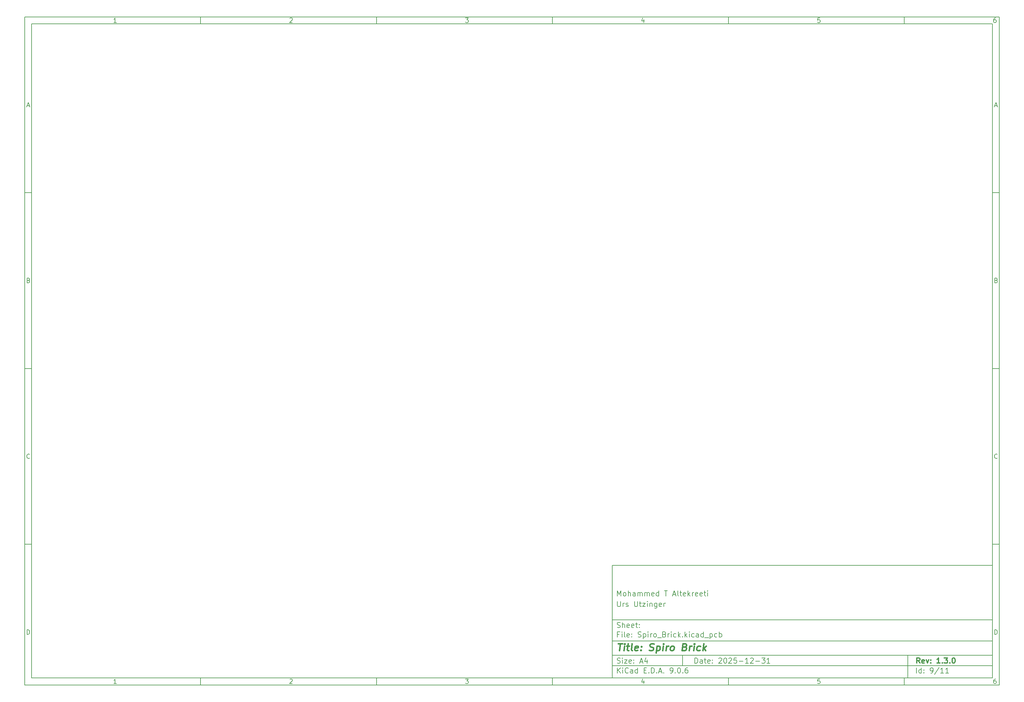
<source format=gbr>
%TF.GenerationSoftware,KiCad,Pcbnew,9.0.6-9.0.6~ubuntu22.04.1*%
%TF.CreationDate,2026-01-05T20:27:44-07:00*%
%TF.ProjectId,Spiro_Brick,53706972-6f5f-4427-9269-636b2e6b6963,1.3.0*%
%TF.SameCoordinates,Original*%
%TF.FileFunction,OtherDrawing,Comment*%
%FSLAX46Y46*%
G04 Gerber Fmt 4.6, Leading zero omitted, Abs format (unit mm)*
G04 Created by KiCad (PCBNEW 9.0.6-9.0.6~ubuntu22.04.1) date 2026-01-05 20:27:44*
%MOMM*%
%LPD*%
G01*
G04 APERTURE LIST*
%ADD10C,0.100000*%
%ADD11C,0.150000*%
%ADD12C,0.300000*%
%ADD13C,0.400000*%
G04 APERTURE END LIST*
D10*
D11*
X177002200Y-166007200D02*
X285002200Y-166007200D01*
X285002200Y-198007200D01*
X177002200Y-198007200D01*
X177002200Y-166007200D01*
D10*
D11*
X10000000Y-10000000D02*
X287002200Y-10000000D01*
X287002200Y-200007200D01*
X10000000Y-200007200D01*
X10000000Y-10000000D01*
D10*
D11*
X12000000Y-12000000D02*
X285002200Y-12000000D01*
X285002200Y-198007200D01*
X12000000Y-198007200D01*
X12000000Y-12000000D01*
D10*
D11*
X60000000Y-12000000D02*
X60000000Y-10000000D01*
D10*
D11*
X110000000Y-12000000D02*
X110000000Y-10000000D01*
D10*
D11*
X160000000Y-12000000D02*
X160000000Y-10000000D01*
D10*
D11*
X210000000Y-12000000D02*
X210000000Y-10000000D01*
D10*
D11*
X260000000Y-12000000D02*
X260000000Y-10000000D01*
D10*
D11*
X36089160Y-11593604D02*
X35346303Y-11593604D01*
X35717731Y-11593604D02*
X35717731Y-10293604D01*
X35717731Y-10293604D02*
X35593922Y-10479319D01*
X35593922Y-10479319D02*
X35470112Y-10603128D01*
X35470112Y-10603128D02*
X35346303Y-10665033D01*
D10*
D11*
X85346303Y-10417414D02*
X85408207Y-10355509D01*
X85408207Y-10355509D02*
X85532017Y-10293604D01*
X85532017Y-10293604D02*
X85841541Y-10293604D01*
X85841541Y-10293604D02*
X85965350Y-10355509D01*
X85965350Y-10355509D02*
X86027255Y-10417414D01*
X86027255Y-10417414D02*
X86089160Y-10541223D01*
X86089160Y-10541223D02*
X86089160Y-10665033D01*
X86089160Y-10665033D02*
X86027255Y-10850747D01*
X86027255Y-10850747D02*
X85284398Y-11593604D01*
X85284398Y-11593604D02*
X86089160Y-11593604D01*
D10*
D11*
X135284398Y-10293604D02*
X136089160Y-10293604D01*
X136089160Y-10293604D02*
X135655826Y-10788842D01*
X135655826Y-10788842D02*
X135841541Y-10788842D01*
X135841541Y-10788842D02*
X135965350Y-10850747D01*
X135965350Y-10850747D02*
X136027255Y-10912652D01*
X136027255Y-10912652D02*
X136089160Y-11036461D01*
X136089160Y-11036461D02*
X136089160Y-11345985D01*
X136089160Y-11345985D02*
X136027255Y-11469795D01*
X136027255Y-11469795D02*
X135965350Y-11531700D01*
X135965350Y-11531700D02*
X135841541Y-11593604D01*
X135841541Y-11593604D02*
X135470112Y-11593604D01*
X135470112Y-11593604D02*
X135346303Y-11531700D01*
X135346303Y-11531700D02*
X135284398Y-11469795D01*
D10*
D11*
X185965350Y-10726938D02*
X185965350Y-11593604D01*
X185655826Y-10231700D02*
X185346303Y-11160271D01*
X185346303Y-11160271D02*
X186151064Y-11160271D01*
D10*
D11*
X236027255Y-10293604D02*
X235408207Y-10293604D01*
X235408207Y-10293604D02*
X235346303Y-10912652D01*
X235346303Y-10912652D02*
X235408207Y-10850747D01*
X235408207Y-10850747D02*
X235532017Y-10788842D01*
X235532017Y-10788842D02*
X235841541Y-10788842D01*
X235841541Y-10788842D02*
X235965350Y-10850747D01*
X235965350Y-10850747D02*
X236027255Y-10912652D01*
X236027255Y-10912652D02*
X236089160Y-11036461D01*
X236089160Y-11036461D02*
X236089160Y-11345985D01*
X236089160Y-11345985D02*
X236027255Y-11469795D01*
X236027255Y-11469795D02*
X235965350Y-11531700D01*
X235965350Y-11531700D02*
X235841541Y-11593604D01*
X235841541Y-11593604D02*
X235532017Y-11593604D01*
X235532017Y-11593604D02*
X235408207Y-11531700D01*
X235408207Y-11531700D02*
X235346303Y-11469795D01*
D10*
D11*
X285965350Y-10293604D02*
X285717731Y-10293604D01*
X285717731Y-10293604D02*
X285593922Y-10355509D01*
X285593922Y-10355509D02*
X285532017Y-10417414D01*
X285532017Y-10417414D02*
X285408207Y-10603128D01*
X285408207Y-10603128D02*
X285346303Y-10850747D01*
X285346303Y-10850747D02*
X285346303Y-11345985D01*
X285346303Y-11345985D02*
X285408207Y-11469795D01*
X285408207Y-11469795D02*
X285470112Y-11531700D01*
X285470112Y-11531700D02*
X285593922Y-11593604D01*
X285593922Y-11593604D02*
X285841541Y-11593604D01*
X285841541Y-11593604D02*
X285965350Y-11531700D01*
X285965350Y-11531700D02*
X286027255Y-11469795D01*
X286027255Y-11469795D02*
X286089160Y-11345985D01*
X286089160Y-11345985D02*
X286089160Y-11036461D01*
X286089160Y-11036461D02*
X286027255Y-10912652D01*
X286027255Y-10912652D02*
X285965350Y-10850747D01*
X285965350Y-10850747D02*
X285841541Y-10788842D01*
X285841541Y-10788842D02*
X285593922Y-10788842D01*
X285593922Y-10788842D02*
X285470112Y-10850747D01*
X285470112Y-10850747D02*
X285408207Y-10912652D01*
X285408207Y-10912652D02*
X285346303Y-11036461D01*
D10*
D11*
X60000000Y-198007200D02*
X60000000Y-200007200D01*
D10*
D11*
X110000000Y-198007200D02*
X110000000Y-200007200D01*
D10*
D11*
X160000000Y-198007200D02*
X160000000Y-200007200D01*
D10*
D11*
X210000000Y-198007200D02*
X210000000Y-200007200D01*
D10*
D11*
X260000000Y-198007200D02*
X260000000Y-200007200D01*
D10*
D11*
X36089160Y-199600804D02*
X35346303Y-199600804D01*
X35717731Y-199600804D02*
X35717731Y-198300804D01*
X35717731Y-198300804D02*
X35593922Y-198486519D01*
X35593922Y-198486519D02*
X35470112Y-198610328D01*
X35470112Y-198610328D02*
X35346303Y-198672233D01*
D10*
D11*
X85346303Y-198424614D02*
X85408207Y-198362709D01*
X85408207Y-198362709D02*
X85532017Y-198300804D01*
X85532017Y-198300804D02*
X85841541Y-198300804D01*
X85841541Y-198300804D02*
X85965350Y-198362709D01*
X85965350Y-198362709D02*
X86027255Y-198424614D01*
X86027255Y-198424614D02*
X86089160Y-198548423D01*
X86089160Y-198548423D02*
X86089160Y-198672233D01*
X86089160Y-198672233D02*
X86027255Y-198857947D01*
X86027255Y-198857947D02*
X85284398Y-199600804D01*
X85284398Y-199600804D02*
X86089160Y-199600804D01*
D10*
D11*
X135284398Y-198300804D02*
X136089160Y-198300804D01*
X136089160Y-198300804D02*
X135655826Y-198796042D01*
X135655826Y-198796042D02*
X135841541Y-198796042D01*
X135841541Y-198796042D02*
X135965350Y-198857947D01*
X135965350Y-198857947D02*
X136027255Y-198919852D01*
X136027255Y-198919852D02*
X136089160Y-199043661D01*
X136089160Y-199043661D02*
X136089160Y-199353185D01*
X136089160Y-199353185D02*
X136027255Y-199476995D01*
X136027255Y-199476995D02*
X135965350Y-199538900D01*
X135965350Y-199538900D02*
X135841541Y-199600804D01*
X135841541Y-199600804D02*
X135470112Y-199600804D01*
X135470112Y-199600804D02*
X135346303Y-199538900D01*
X135346303Y-199538900D02*
X135284398Y-199476995D01*
D10*
D11*
X185965350Y-198734138D02*
X185965350Y-199600804D01*
X185655826Y-198238900D02*
X185346303Y-199167471D01*
X185346303Y-199167471D02*
X186151064Y-199167471D01*
D10*
D11*
X236027255Y-198300804D02*
X235408207Y-198300804D01*
X235408207Y-198300804D02*
X235346303Y-198919852D01*
X235346303Y-198919852D02*
X235408207Y-198857947D01*
X235408207Y-198857947D02*
X235532017Y-198796042D01*
X235532017Y-198796042D02*
X235841541Y-198796042D01*
X235841541Y-198796042D02*
X235965350Y-198857947D01*
X235965350Y-198857947D02*
X236027255Y-198919852D01*
X236027255Y-198919852D02*
X236089160Y-199043661D01*
X236089160Y-199043661D02*
X236089160Y-199353185D01*
X236089160Y-199353185D02*
X236027255Y-199476995D01*
X236027255Y-199476995D02*
X235965350Y-199538900D01*
X235965350Y-199538900D02*
X235841541Y-199600804D01*
X235841541Y-199600804D02*
X235532017Y-199600804D01*
X235532017Y-199600804D02*
X235408207Y-199538900D01*
X235408207Y-199538900D02*
X235346303Y-199476995D01*
D10*
D11*
X285965350Y-198300804D02*
X285717731Y-198300804D01*
X285717731Y-198300804D02*
X285593922Y-198362709D01*
X285593922Y-198362709D02*
X285532017Y-198424614D01*
X285532017Y-198424614D02*
X285408207Y-198610328D01*
X285408207Y-198610328D02*
X285346303Y-198857947D01*
X285346303Y-198857947D02*
X285346303Y-199353185D01*
X285346303Y-199353185D02*
X285408207Y-199476995D01*
X285408207Y-199476995D02*
X285470112Y-199538900D01*
X285470112Y-199538900D02*
X285593922Y-199600804D01*
X285593922Y-199600804D02*
X285841541Y-199600804D01*
X285841541Y-199600804D02*
X285965350Y-199538900D01*
X285965350Y-199538900D02*
X286027255Y-199476995D01*
X286027255Y-199476995D02*
X286089160Y-199353185D01*
X286089160Y-199353185D02*
X286089160Y-199043661D01*
X286089160Y-199043661D02*
X286027255Y-198919852D01*
X286027255Y-198919852D02*
X285965350Y-198857947D01*
X285965350Y-198857947D02*
X285841541Y-198796042D01*
X285841541Y-198796042D02*
X285593922Y-198796042D01*
X285593922Y-198796042D02*
X285470112Y-198857947D01*
X285470112Y-198857947D02*
X285408207Y-198919852D01*
X285408207Y-198919852D02*
X285346303Y-199043661D01*
D10*
D11*
X10000000Y-60000000D02*
X12000000Y-60000000D01*
D10*
D11*
X10000000Y-110000000D02*
X12000000Y-110000000D01*
D10*
D11*
X10000000Y-160000000D02*
X12000000Y-160000000D01*
D10*
D11*
X10690476Y-35222176D02*
X11309523Y-35222176D01*
X10566666Y-35593604D02*
X10999999Y-34293604D01*
X10999999Y-34293604D02*
X11433333Y-35593604D01*
D10*
D11*
X11092857Y-84912652D02*
X11278571Y-84974557D01*
X11278571Y-84974557D02*
X11340476Y-85036461D01*
X11340476Y-85036461D02*
X11402380Y-85160271D01*
X11402380Y-85160271D02*
X11402380Y-85345985D01*
X11402380Y-85345985D02*
X11340476Y-85469795D01*
X11340476Y-85469795D02*
X11278571Y-85531700D01*
X11278571Y-85531700D02*
X11154761Y-85593604D01*
X11154761Y-85593604D02*
X10659523Y-85593604D01*
X10659523Y-85593604D02*
X10659523Y-84293604D01*
X10659523Y-84293604D02*
X11092857Y-84293604D01*
X11092857Y-84293604D02*
X11216666Y-84355509D01*
X11216666Y-84355509D02*
X11278571Y-84417414D01*
X11278571Y-84417414D02*
X11340476Y-84541223D01*
X11340476Y-84541223D02*
X11340476Y-84665033D01*
X11340476Y-84665033D02*
X11278571Y-84788842D01*
X11278571Y-84788842D02*
X11216666Y-84850747D01*
X11216666Y-84850747D02*
X11092857Y-84912652D01*
X11092857Y-84912652D02*
X10659523Y-84912652D01*
D10*
D11*
X11402380Y-135469795D02*
X11340476Y-135531700D01*
X11340476Y-135531700D02*
X11154761Y-135593604D01*
X11154761Y-135593604D02*
X11030952Y-135593604D01*
X11030952Y-135593604D02*
X10845238Y-135531700D01*
X10845238Y-135531700D02*
X10721428Y-135407890D01*
X10721428Y-135407890D02*
X10659523Y-135284080D01*
X10659523Y-135284080D02*
X10597619Y-135036461D01*
X10597619Y-135036461D02*
X10597619Y-134850747D01*
X10597619Y-134850747D02*
X10659523Y-134603128D01*
X10659523Y-134603128D02*
X10721428Y-134479319D01*
X10721428Y-134479319D02*
X10845238Y-134355509D01*
X10845238Y-134355509D02*
X11030952Y-134293604D01*
X11030952Y-134293604D02*
X11154761Y-134293604D01*
X11154761Y-134293604D02*
X11340476Y-134355509D01*
X11340476Y-134355509D02*
X11402380Y-134417414D01*
D10*
D11*
X10659523Y-185593604D02*
X10659523Y-184293604D01*
X10659523Y-184293604D02*
X10969047Y-184293604D01*
X10969047Y-184293604D02*
X11154761Y-184355509D01*
X11154761Y-184355509D02*
X11278571Y-184479319D01*
X11278571Y-184479319D02*
X11340476Y-184603128D01*
X11340476Y-184603128D02*
X11402380Y-184850747D01*
X11402380Y-184850747D02*
X11402380Y-185036461D01*
X11402380Y-185036461D02*
X11340476Y-185284080D01*
X11340476Y-185284080D02*
X11278571Y-185407890D01*
X11278571Y-185407890D02*
X11154761Y-185531700D01*
X11154761Y-185531700D02*
X10969047Y-185593604D01*
X10969047Y-185593604D02*
X10659523Y-185593604D01*
D10*
D11*
X287002200Y-60000000D02*
X285002200Y-60000000D01*
D10*
D11*
X287002200Y-110000000D02*
X285002200Y-110000000D01*
D10*
D11*
X287002200Y-160000000D02*
X285002200Y-160000000D01*
D10*
D11*
X285692676Y-35222176D02*
X286311723Y-35222176D01*
X285568866Y-35593604D02*
X286002199Y-34293604D01*
X286002199Y-34293604D02*
X286435533Y-35593604D01*
D10*
D11*
X286095057Y-84912652D02*
X286280771Y-84974557D01*
X286280771Y-84974557D02*
X286342676Y-85036461D01*
X286342676Y-85036461D02*
X286404580Y-85160271D01*
X286404580Y-85160271D02*
X286404580Y-85345985D01*
X286404580Y-85345985D02*
X286342676Y-85469795D01*
X286342676Y-85469795D02*
X286280771Y-85531700D01*
X286280771Y-85531700D02*
X286156961Y-85593604D01*
X286156961Y-85593604D02*
X285661723Y-85593604D01*
X285661723Y-85593604D02*
X285661723Y-84293604D01*
X285661723Y-84293604D02*
X286095057Y-84293604D01*
X286095057Y-84293604D02*
X286218866Y-84355509D01*
X286218866Y-84355509D02*
X286280771Y-84417414D01*
X286280771Y-84417414D02*
X286342676Y-84541223D01*
X286342676Y-84541223D02*
X286342676Y-84665033D01*
X286342676Y-84665033D02*
X286280771Y-84788842D01*
X286280771Y-84788842D02*
X286218866Y-84850747D01*
X286218866Y-84850747D02*
X286095057Y-84912652D01*
X286095057Y-84912652D02*
X285661723Y-84912652D01*
D10*
D11*
X286404580Y-135469795D02*
X286342676Y-135531700D01*
X286342676Y-135531700D02*
X286156961Y-135593604D01*
X286156961Y-135593604D02*
X286033152Y-135593604D01*
X286033152Y-135593604D02*
X285847438Y-135531700D01*
X285847438Y-135531700D02*
X285723628Y-135407890D01*
X285723628Y-135407890D02*
X285661723Y-135284080D01*
X285661723Y-135284080D02*
X285599819Y-135036461D01*
X285599819Y-135036461D02*
X285599819Y-134850747D01*
X285599819Y-134850747D02*
X285661723Y-134603128D01*
X285661723Y-134603128D02*
X285723628Y-134479319D01*
X285723628Y-134479319D02*
X285847438Y-134355509D01*
X285847438Y-134355509D02*
X286033152Y-134293604D01*
X286033152Y-134293604D02*
X286156961Y-134293604D01*
X286156961Y-134293604D02*
X286342676Y-134355509D01*
X286342676Y-134355509D02*
X286404580Y-134417414D01*
D10*
D11*
X285661723Y-185593604D02*
X285661723Y-184293604D01*
X285661723Y-184293604D02*
X285971247Y-184293604D01*
X285971247Y-184293604D02*
X286156961Y-184355509D01*
X286156961Y-184355509D02*
X286280771Y-184479319D01*
X286280771Y-184479319D02*
X286342676Y-184603128D01*
X286342676Y-184603128D02*
X286404580Y-184850747D01*
X286404580Y-184850747D02*
X286404580Y-185036461D01*
X286404580Y-185036461D02*
X286342676Y-185284080D01*
X286342676Y-185284080D02*
X286280771Y-185407890D01*
X286280771Y-185407890D02*
X286156961Y-185531700D01*
X286156961Y-185531700D02*
X285971247Y-185593604D01*
X285971247Y-185593604D02*
X285661723Y-185593604D01*
D10*
D11*
X200458026Y-193793328D02*
X200458026Y-192293328D01*
X200458026Y-192293328D02*
X200815169Y-192293328D01*
X200815169Y-192293328D02*
X201029455Y-192364757D01*
X201029455Y-192364757D02*
X201172312Y-192507614D01*
X201172312Y-192507614D02*
X201243741Y-192650471D01*
X201243741Y-192650471D02*
X201315169Y-192936185D01*
X201315169Y-192936185D02*
X201315169Y-193150471D01*
X201315169Y-193150471D02*
X201243741Y-193436185D01*
X201243741Y-193436185D02*
X201172312Y-193579042D01*
X201172312Y-193579042D02*
X201029455Y-193721900D01*
X201029455Y-193721900D02*
X200815169Y-193793328D01*
X200815169Y-193793328D02*
X200458026Y-193793328D01*
X202600884Y-193793328D02*
X202600884Y-193007614D01*
X202600884Y-193007614D02*
X202529455Y-192864757D01*
X202529455Y-192864757D02*
X202386598Y-192793328D01*
X202386598Y-192793328D02*
X202100884Y-192793328D01*
X202100884Y-192793328D02*
X201958026Y-192864757D01*
X202600884Y-193721900D02*
X202458026Y-193793328D01*
X202458026Y-193793328D02*
X202100884Y-193793328D01*
X202100884Y-193793328D02*
X201958026Y-193721900D01*
X201958026Y-193721900D02*
X201886598Y-193579042D01*
X201886598Y-193579042D02*
X201886598Y-193436185D01*
X201886598Y-193436185D02*
X201958026Y-193293328D01*
X201958026Y-193293328D02*
X202100884Y-193221900D01*
X202100884Y-193221900D02*
X202458026Y-193221900D01*
X202458026Y-193221900D02*
X202600884Y-193150471D01*
X203100884Y-192793328D02*
X203672312Y-192793328D01*
X203315169Y-192293328D02*
X203315169Y-193579042D01*
X203315169Y-193579042D02*
X203386598Y-193721900D01*
X203386598Y-193721900D02*
X203529455Y-193793328D01*
X203529455Y-193793328D02*
X203672312Y-193793328D01*
X204743741Y-193721900D02*
X204600884Y-193793328D01*
X204600884Y-193793328D02*
X204315170Y-193793328D01*
X204315170Y-193793328D02*
X204172312Y-193721900D01*
X204172312Y-193721900D02*
X204100884Y-193579042D01*
X204100884Y-193579042D02*
X204100884Y-193007614D01*
X204100884Y-193007614D02*
X204172312Y-192864757D01*
X204172312Y-192864757D02*
X204315170Y-192793328D01*
X204315170Y-192793328D02*
X204600884Y-192793328D01*
X204600884Y-192793328D02*
X204743741Y-192864757D01*
X204743741Y-192864757D02*
X204815170Y-193007614D01*
X204815170Y-193007614D02*
X204815170Y-193150471D01*
X204815170Y-193150471D02*
X204100884Y-193293328D01*
X205458026Y-193650471D02*
X205529455Y-193721900D01*
X205529455Y-193721900D02*
X205458026Y-193793328D01*
X205458026Y-193793328D02*
X205386598Y-193721900D01*
X205386598Y-193721900D02*
X205458026Y-193650471D01*
X205458026Y-193650471D02*
X205458026Y-193793328D01*
X205458026Y-192864757D02*
X205529455Y-192936185D01*
X205529455Y-192936185D02*
X205458026Y-193007614D01*
X205458026Y-193007614D02*
X205386598Y-192936185D01*
X205386598Y-192936185D02*
X205458026Y-192864757D01*
X205458026Y-192864757D02*
X205458026Y-193007614D01*
X207243741Y-192436185D02*
X207315169Y-192364757D01*
X207315169Y-192364757D02*
X207458027Y-192293328D01*
X207458027Y-192293328D02*
X207815169Y-192293328D01*
X207815169Y-192293328D02*
X207958027Y-192364757D01*
X207958027Y-192364757D02*
X208029455Y-192436185D01*
X208029455Y-192436185D02*
X208100884Y-192579042D01*
X208100884Y-192579042D02*
X208100884Y-192721900D01*
X208100884Y-192721900D02*
X208029455Y-192936185D01*
X208029455Y-192936185D02*
X207172312Y-193793328D01*
X207172312Y-193793328D02*
X208100884Y-193793328D01*
X209029455Y-192293328D02*
X209172312Y-192293328D01*
X209172312Y-192293328D02*
X209315169Y-192364757D01*
X209315169Y-192364757D02*
X209386598Y-192436185D01*
X209386598Y-192436185D02*
X209458026Y-192579042D01*
X209458026Y-192579042D02*
X209529455Y-192864757D01*
X209529455Y-192864757D02*
X209529455Y-193221900D01*
X209529455Y-193221900D02*
X209458026Y-193507614D01*
X209458026Y-193507614D02*
X209386598Y-193650471D01*
X209386598Y-193650471D02*
X209315169Y-193721900D01*
X209315169Y-193721900D02*
X209172312Y-193793328D01*
X209172312Y-193793328D02*
X209029455Y-193793328D01*
X209029455Y-193793328D02*
X208886598Y-193721900D01*
X208886598Y-193721900D02*
X208815169Y-193650471D01*
X208815169Y-193650471D02*
X208743740Y-193507614D01*
X208743740Y-193507614D02*
X208672312Y-193221900D01*
X208672312Y-193221900D02*
X208672312Y-192864757D01*
X208672312Y-192864757D02*
X208743740Y-192579042D01*
X208743740Y-192579042D02*
X208815169Y-192436185D01*
X208815169Y-192436185D02*
X208886598Y-192364757D01*
X208886598Y-192364757D02*
X209029455Y-192293328D01*
X210100883Y-192436185D02*
X210172311Y-192364757D01*
X210172311Y-192364757D02*
X210315169Y-192293328D01*
X210315169Y-192293328D02*
X210672311Y-192293328D01*
X210672311Y-192293328D02*
X210815169Y-192364757D01*
X210815169Y-192364757D02*
X210886597Y-192436185D01*
X210886597Y-192436185D02*
X210958026Y-192579042D01*
X210958026Y-192579042D02*
X210958026Y-192721900D01*
X210958026Y-192721900D02*
X210886597Y-192936185D01*
X210886597Y-192936185D02*
X210029454Y-193793328D01*
X210029454Y-193793328D02*
X210958026Y-193793328D01*
X212315168Y-192293328D02*
X211600882Y-192293328D01*
X211600882Y-192293328D02*
X211529454Y-193007614D01*
X211529454Y-193007614D02*
X211600882Y-192936185D01*
X211600882Y-192936185D02*
X211743740Y-192864757D01*
X211743740Y-192864757D02*
X212100882Y-192864757D01*
X212100882Y-192864757D02*
X212243740Y-192936185D01*
X212243740Y-192936185D02*
X212315168Y-193007614D01*
X212315168Y-193007614D02*
X212386597Y-193150471D01*
X212386597Y-193150471D02*
X212386597Y-193507614D01*
X212386597Y-193507614D02*
X212315168Y-193650471D01*
X212315168Y-193650471D02*
X212243740Y-193721900D01*
X212243740Y-193721900D02*
X212100882Y-193793328D01*
X212100882Y-193793328D02*
X211743740Y-193793328D01*
X211743740Y-193793328D02*
X211600882Y-193721900D01*
X211600882Y-193721900D02*
X211529454Y-193650471D01*
X213029453Y-193221900D02*
X214172311Y-193221900D01*
X215672311Y-193793328D02*
X214815168Y-193793328D01*
X215243739Y-193793328D02*
X215243739Y-192293328D01*
X215243739Y-192293328D02*
X215100882Y-192507614D01*
X215100882Y-192507614D02*
X214958025Y-192650471D01*
X214958025Y-192650471D02*
X214815168Y-192721900D01*
X216243739Y-192436185D02*
X216315167Y-192364757D01*
X216315167Y-192364757D02*
X216458025Y-192293328D01*
X216458025Y-192293328D02*
X216815167Y-192293328D01*
X216815167Y-192293328D02*
X216958025Y-192364757D01*
X216958025Y-192364757D02*
X217029453Y-192436185D01*
X217029453Y-192436185D02*
X217100882Y-192579042D01*
X217100882Y-192579042D02*
X217100882Y-192721900D01*
X217100882Y-192721900D02*
X217029453Y-192936185D01*
X217029453Y-192936185D02*
X216172310Y-193793328D01*
X216172310Y-193793328D02*
X217100882Y-193793328D01*
X217743738Y-193221900D02*
X218886596Y-193221900D01*
X219458024Y-192293328D02*
X220386596Y-192293328D01*
X220386596Y-192293328D02*
X219886596Y-192864757D01*
X219886596Y-192864757D02*
X220100881Y-192864757D01*
X220100881Y-192864757D02*
X220243739Y-192936185D01*
X220243739Y-192936185D02*
X220315167Y-193007614D01*
X220315167Y-193007614D02*
X220386596Y-193150471D01*
X220386596Y-193150471D02*
X220386596Y-193507614D01*
X220386596Y-193507614D02*
X220315167Y-193650471D01*
X220315167Y-193650471D02*
X220243739Y-193721900D01*
X220243739Y-193721900D02*
X220100881Y-193793328D01*
X220100881Y-193793328D02*
X219672310Y-193793328D01*
X219672310Y-193793328D02*
X219529453Y-193721900D01*
X219529453Y-193721900D02*
X219458024Y-193650471D01*
X221815167Y-193793328D02*
X220958024Y-193793328D01*
X221386595Y-193793328D02*
X221386595Y-192293328D01*
X221386595Y-192293328D02*
X221243738Y-192507614D01*
X221243738Y-192507614D02*
X221100881Y-192650471D01*
X221100881Y-192650471D02*
X220958024Y-192721900D01*
D10*
D11*
X177002200Y-194507200D02*
X285002200Y-194507200D01*
D10*
D11*
X178458026Y-196593328D02*
X178458026Y-195093328D01*
X179315169Y-196593328D02*
X178672312Y-195736185D01*
X179315169Y-195093328D02*
X178458026Y-195950471D01*
X179958026Y-196593328D02*
X179958026Y-195593328D01*
X179958026Y-195093328D02*
X179886598Y-195164757D01*
X179886598Y-195164757D02*
X179958026Y-195236185D01*
X179958026Y-195236185D02*
X180029455Y-195164757D01*
X180029455Y-195164757D02*
X179958026Y-195093328D01*
X179958026Y-195093328D02*
X179958026Y-195236185D01*
X181529455Y-196450471D02*
X181458027Y-196521900D01*
X181458027Y-196521900D02*
X181243741Y-196593328D01*
X181243741Y-196593328D02*
X181100884Y-196593328D01*
X181100884Y-196593328D02*
X180886598Y-196521900D01*
X180886598Y-196521900D02*
X180743741Y-196379042D01*
X180743741Y-196379042D02*
X180672312Y-196236185D01*
X180672312Y-196236185D02*
X180600884Y-195950471D01*
X180600884Y-195950471D02*
X180600884Y-195736185D01*
X180600884Y-195736185D02*
X180672312Y-195450471D01*
X180672312Y-195450471D02*
X180743741Y-195307614D01*
X180743741Y-195307614D02*
X180886598Y-195164757D01*
X180886598Y-195164757D02*
X181100884Y-195093328D01*
X181100884Y-195093328D02*
X181243741Y-195093328D01*
X181243741Y-195093328D02*
X181458027Y-195164757D01*
X181458027Y-195164757D02*
X181529455Y-195236185D01*
X182815170Y-196593328D02*
X182815170Y-195807614D01*
X182815170Y-195807614D02*
X182743741Y-195664757D01*
X182743741Y-195664757D02*
X182600884Y-195593328D01*
X182600884Y-195593328D02*
X182315170Y-195593328D01*
X182315170Y-195593328D02*
X182172312Y-195664757D01*
X182815170Y-196521900D02*
X182672312Y-196593328D01*
X182672312Y-196593328D02*
X182315170Y-196593328D01*
X182315170Y-196593328D02*
X182172312Y-196521900D01*
X182172312Y-196521900D02*
X182100884Y-196379042D01*
X182100884Y-196379042D02*
X182100884Y-196236185D01*
X182100884Y-196236185D02*
X182172312Y-196093328D01*
X182172312Y-196093328D02*
X182315170Y-196021900D01*
X182315170Y-196021900D02*
X182672312Y-196021900D01*
X182672312Y-196021900D02*
X182815170Y-195950471D01*
X184172313Y-196593328D02*
X184172313Y-195093328D01*
X184172313Y-196521900D02*
X184029455Y-196593328D01*
X184029455Y-196593328D02*
X183743741Y-196593328D01*
X183743741Y-196593328D02*
X183600884Y-196521900D01*
X183600884Y-196521900D02*
X183529455Y-196450471D01*
X183529455Y-196450471D02*
X183458027Y-196307614D01*
X183458027Y-196307614D02*
X183458027Y-195879042D01*
X183458027Y-195879042D02*
X183529455Y-195736185D01*
X183529455Y-195736185D02*
X183600884Y-195664757D01*
X183600884Y-195664757D02*
X183743741Y-195593328D01*
X183743741Y-195593328D02*
X184029455Y-195593328D01*
X184029455Y-195593328D02*
X184172313Y-195664757D01*
X186029455Y-195807614D02*
X186529455Y-195807614D01*
X186743741Y-196593328D02*
X186029455Y-196593328D01*
X186029455Y-196593328D02*
X186029455Y-195093328D01*
X186029455Y-195093328D02*
X186743741Y-195093328D01*
X187386598Y-196450471D02*
X187458027Y-196521900D01*
X187458027Y-196521900D02*
X187386598Y-196593328D01*
X187386598Y-196593328D02*
X187315170Y-196521900D01*
X187315170Y-196521900D02*
X187386598Y-196450471D01*
X187386598Y-196450471D02*
X187386598Y-196593328D01*
X188100884Y-196593328D02*
X188100884Y-195093328D01*
X188100884Y-195093328D02*
X188458027Y-195093328D01*
X188458027Y-195093328D02*
X188672313Y-195164757D01*
X188672313Y-195164757D02*
X188815170Y-195307614D01*
X188815170Y-195307614D02*
X188886599Y-195450471D01*
X188886599Y-195450471D02*
X188958027Y-195736185D01*
X188958027Y-195736185D02*
X188958027Y-195950471D01*
X188958027Y-195950471D02*
X188886599Y-196236185D01*
X188886599Y-196236185D02*
X188815170Y-196379042D01*
X188815170Y-196379042D02*
X188672313Y-196521900D01*
X188672313Y-196521900D02*
X188458027Y-196593328D01*
X188458027Y-196593328D02*
X188100884Y-196593328D01*
X189600884Y-196450471D02*
X189672313Y-196521900D01*
X189672313Y-196521900D02*
X189600884Y-196593328D01*
X189600884Y-196593328D02*
X189529456Y-196521900D01*
X189529456Y-196521900D02*
X189600884Y-196450471D01*
X189600884Y-196450471D02*
X189600884Y-196593328D01*
X190243742Y-196164757D02*
X190958028Y-196164757D01*
X190100885Y-196593328D02*
X190600885Y-195093328D01*
X190600885Y-195093328D02*
X191100885Y-196593328D01*
X191600884Y-196450471D02*
X191672313Y-196521900D01*
X191672313Y-196521900D02*
X191600884Y-196593328D01*
X191600884Y-196593328D02*
X191529456Y-196521900D01*
X191529456Y-196521900D02*
X191600884Y-196450471D01*
X191600884Y-196450471D02*
X191600884Y-196593328D01*
X193529456Y-196593328D02*
X193815170Y-196593328D01*
X193815170Y-196593328D02*
X193958027Y-196521900D01*
X193958027Y-196521900D02*
X194029456Y-196450471D01*
X194029456Y-196450471D02*
X194172313Y-196236185D01*
X194172313Y-196236185D02*
X194243742Y-195950471D01*
X194243742Y-195950471D02*
X194243742Y-195379042D01*
X194243742Y-195379042D02*
X194172313Y-195236185D01*
X194172313Y-195236185D02*
X194100885Y-195164757D01*
X194100885Y-195164757D02*
X193958027Y-195093328D01*
X193958027Y-195093328D02*
X193672313Y-195093328D01*
X193672313Y-195093328D02*
X193529456Y-195164757D01*
X193529456Y-195164757D02*
X193458027Y-195236185D01*
X193458027Y-195236185D02*
X193386599Y-195379042D01*
X193386599Y-195379042D02*
X193386599Y-195736185D01*
X193386599Y-195736185D02*
X193458027Y-195879042D01*
X193458027Y-195879042D02*
X193529456Y-195950471D01*
X193529456Y-195950471D02*
X193672313Y-196021900D01*
X193672313Y-196021900D02*
X193958027Y-196021900D01*
X193958027Y-196021900D02*
X194100885Y-195950471D01*
X194100885Y-195950471D02*
X194172313Y-195879042D01*
X194172313Y-195879042D02*
X194243742Y-195736185D01*
X194886598Y-196450471D02*
X194958027Y-196521900D01*
X194958027Y-196521900D02*
X194886598Y-196593328D01*
X194886598Y-196593328D02*
X194815170Y-196521900D01*
X194815170Y-196521900D02*
X194886598Y-196450471D01*
X194886598Y-196450471D02*
X194886598Y-196593328D01*
X195886599Y-195093328D02*
X196029456Y-195093328D01*
X196029456Y-195093328D02*
X196172313Y-195164757D01*
X196172313Y-195164757D02*
X196243742Y-195236185D01*
X196243742Y-195236185D02*
X196315170Y-195379042D01*
X196315170Y-195379042D02*
X196386599Y-195664757D01*
X196386599Y-195664757D02*
X196386599Y-196021900D01*
X196386599Y-196021900D02*
X196315170Y-196307614D01*
X196315170Y-196307614D02*
X196243742Y-196450471D01*
X196243742Y-196450471D02*
X196172313Y-196521900D01*
X196172313Y-196521900D02*
X196029456Y-196593328D01*
X196029456Y-196593328D02*
X195886599Y-196593328D01*
X195886599Y-196593328D02*
X195743742Y-196521900D01*
X195743742Y-196521900D02*
X195672313Y-196450471D01*
X195672313Y-196450471D02*
X195600884Y-196307614D01*
X195600884Y-196307614D02*
X195529456Y-196021900D01*
X195529456Y-196021900D02*
X195529456Y-195664757D01*
X195529456Y-195664757D02*
X195600884Y-195379042D01*
X195600884Y-195379042D02*
X195672313Y-195236185D01*
X195672313Y-195236185D02*
X195743742Y-195164757D01*
X195743742Y-195164757D02*
X195886599Y-195093328D01*
X197029455Y-196450471D02*
X197100884Y-196521900D01*
X197100884Y-196521900D02*
X197029455Y-196593328D01*
X197029455Y-196593328D02*
X196958027Y-196521900D01*
X196958027Y-196521900D02*
X197029455Y-196450471D01*
X197029455Y-196450471D02*
X197029455Y-196593328D01*
X198386599Y-195093328D02*
X198100884Y-195093328D01*
X198100884Y-195093328D02*
X197958027Y-195164757D01*
X197958027Y-195164757D02*
X197886599Y-195236185D01*
X197886599Y-195236185D02*
X197743741Y-195450471D01*
X197743741Y-195450471D02*
X197672313Y-195736185D01*
X197672313Y-195736185D02*
X197672313Y-196307614D01*
X197672313Y-196307614D02*
X197743741Y-196450471D01*
X197743741Y-196450471D02*
X197815170Y-196521900D01*
X197815170Y-196521900D02*
X197958027Y-196593328D01*
X197958027Y-196593328D02*
X198243741Y-196593328D01*
X198243741Y-196593328D02*
X198386599Y-196521900D01*
X198386599Y-196521900D02*
X198458027Y-196450471D01*
X198458027Y-196450471D02*
X198529456Y-196307614D01*
X198529456Y-196307614D02*
X198529456Y-195950471D01*
X198529456Y-195950471D02*
X198458027Y-195807614D01*
X198458027Y-195807614D02*
X198386599Y-195736185D01*
X198386599Y-195736185D02*
X198243741Y-195664757D01*
X198243741Y-195664757D02*
X197958027Y-195664757D01*
X197958027Y-195664757D02*
X197815170Y-195736185D01*
X197815170Y-195736185D02*
X197743741Y-195807614D01*
X197743741Y-195807614D02*
X197672313Y-195950471D01*
D10*
D11*
X177002200Y-191507200D02*
X285002200Y-191507200D01*
D10*
D12*
X264413853Y-193785528D02*
X263913853Y-193071242D01*
X263556710Y-193785528D02*
X263556710Y-192285528D01*
X263556710Y-192285528D02*
X264128139Y-192285528D01*
X264128139Y-192285528D02*
X264270996Y-192356957D01*
X264270996Y-192356957D02*
X264342425Y-192428385D01*
X264342425Y-192428385D02*
X264413853Y-192571242D01*
X264413853Y-192571242D02*
X264413853Y-192785528D01*
X264413853Y-192785528D02*
X264342425Y-192928385D01*
X264342425Y-192928385D02*
X264270996Y-192999814D01*
X264270996Y-192999814D02*
X264128139Y-193071242D01*
X264128139Y-193071242D02*
X263556710Y-193071242D01*
X265628139Y-193714100D02*
X265485282Y-193785528D01*
X265485282Y-193785528D02*
X265199568Y-193785528D01*
X265199568Y-193785528D02*
X265056710Y-193714100D01*
X265056710Y-193714100D02*
X264985282Y-193571242D01*
X264985282Y-193571242D02*
X264985282Y-192999814D01*
X264985282Y-192999814D02*
X265056710Y-192856957D01*
X265056710Y-192856957D02*
X265199568Y-192785528D01*
X265199568Y-192785528D02*
X265485282Y-192785528D01*
X265485282Y-192785528D02*
X265628139Y-192856957D01*
X265628139Y-192856957D02*
X265699568Y-192999814D01*
X265699568Y-192999814D02*
X265699568Y-193142671D01*
X265699568Y-193142671D02*
X264985282Y-193285528D01*
X266199567Y-192785528D02*
X266556710Y-193785528D01*
X266556710Y-193785528D02*
X266913853Y-192785528D01*
X267485281Y-193642671D02*
X267556710Y-193714100D01*
X267556710Y-193714100D02*
X267485281Y-193785528D01*
X267485281Y-193785528D02*
X267413853Y-193714100D01*
X267413853Y-193714100D02*
X267485281Y-193642671D01*
X267485281Y-193642671D02*
X267485281Y-193785528D01*
X267485281Y-192856957D02*
X267556710Y-192928385D01*
X267556710Y-192928385D02*
X267485281Y-192999814D01*
X267485281Y-192999814D02*
X267413853Y-192928385D01*
X267413853Y-192928385D02*
X267485281Y-192856957D01*
X267485281Y-192856957D02*
X267485281Y-192999814D01*
X270128139Y-193785528D02*
X269270996Y-193785528D01*
X269699567Y-193785528D02*
X269699567Y-192285528D01*
X269699567Y-192285528D02*
X269556710Y-192499814D01*
X269556710Y-192499814D02*
X269413853Y-192642671D01*
X269413853Y-192642671D02*
X269270996Y-192714100D01*
X270770995Y-193642671D02*
X270842424Y-193714100D01*
X270842424Y-193714100D02*
X270770995Y-193785528D01*
X270770995Y-193785528D02*
X270699567Y-193714100D01*
X270699567Y-193714100D02*
X270770995Y-193642671D01*
X270770995Y-193642671D02*
X270770995Y-193785528D01*
X271342424Y-192285528D02*
X272270996Y-192285528D01*
X272270996Y-192285528D02*
X271770996Y-192856957D01*
X271770996Y-192856957D02*
X271985281Y-192856957D01*
X271985281Y-192856957D02*
X272128139Y-192928385D01*
X272128139Y-192928385D02*
X272199567Y-192999814D01*
X272199567Y-192999814D02*
X272270996Y-193142671D01*
X272270996Y-193142671D02*
X272270996Y-193499814D01*
X272270996Y-193499814D02*
X272199567Y-193642671D01*
X272199567Y-193642671D02*
X272128139Y-193714100D01*
X272128139Y-193714100D02*
X271985281Y-193785528D01*
X271985281Y-193785528D02*
X271556710Y-193785528D01*
X271556710Y-193785528D02*
X271413853Y-193714100D01*
X271413853Y-193714100D02*
X271342424Y-193642671D01*
X272913852Y-193642671D02*
X272985281Y-193714100D01*
X272985281Y-193714100D02*
X272913852Y-193785528D01*
X272913852Y-193785528D02*
X272842424Y-193714100D01*
X272842424Y-193714100D02*
X272913852Y-193642671D01*
X272913852Y-193642671D02*
X272913852Y-193785528D01*
X273913853Y-192285528D02*
X274056710Y-192285528D01*
X274056710Y-192285528D02*
X274199567Y-192356957D01*
X274199567Y-192356957D02*
X274270996Y-192428385D01*
X274270996Y-192428385D02*
X274342424Y-192571242D01*
X274342424Y-192571242D02*
X274413853Y-192856957D01*
X274413853Y-192856957D02*
X274413853Y-193214100D01*
X274413853Y-193214100D02*
X274342424Y-193499814D01*
X274342424Y-193499814D02*
X274270996Y-193642671D01*
X274270996Y-193642671D02*
X274199567Y-193714100D01*
X274199567Y-193714100D02*
X274056710Y-193785528D01*
X274056710Y-193785528D02*
X273913853Y-193785528D01*
X273913853Y-193785528D02*
X273770996Y-193714100D01*
X273770996Y-193714100D02*
X273699567Y-193642671D01*
X273699567Y-193642671D02*
X273628138Y-193499814D01*
X273628138Y-193499814D02*
X273556710Y-193214100D01*
X273556710Y-193214100D02*
X273556710Y-192856957D01*
X273556710Y-192856957D02*
X273628138Y-192571242D01*
X273628138Y-192571242D02*
X273699567Y-192428385D01*
X273699567Y-192428385D02*
X273770996Y-192356957D01*
X273770996Y-192356957D02*
X273913853Y-192285528D01*
D10*
D11*
X178386598Y-193721900D02*
X178600884Y-193793328D01*
X178600884Y-193793328D02*
X178958026Y-193793328D01*
X178958026Y-193793328D02*
X179100884Y-193721900D01*
X179100884Y-193721900D02*
X179172312Y-193650471D01*
X179172312Y-193650471D02*
X179243741Y-193507614D01*
X179243741Y-193507614D02*
X179243741Y-193364757D01*
X179243741Y-193364757D02*
X179172312Y-193221900D01*
X179172312Y-193221900D02*
X179100884Y-193150471D01*
X179100884Y-193150471D02*
X178958026Y-193079042D01*
X178958026Y-193079042D02*
X178672312Y-193007614D01*
X178672312Y-193007614D02*
X178529455Y-192936185D01*
X178529455Y-192936185D02*
X178458026Y-192864757D01*
X178458026Y-192864757D02*
X178386598Y-192721900D01*
X178386598Y-192721900D02*
X178386598Y-192579042D01*
X178386598Y-192579042D02*
X178458026Y-192436185D01*
X178458026Y-192436185D02*
X178529455Y-192364757D01*
X178529455Y-192364757D02*
X178672312Y-192293328D01*
X178672312Y-192293328D02*
X179029455Y-192293328D01*
X179029455Y-192293328D02*
X179243741Y-192364757D01*
X179886597Y-193793328D02*
X179886597Y-192793328D01*
X179886597Y-192293328D02*
X179815169Y-192364757D01*
X179815169Y-192364757D02*
X179886597Y-192436185D01*
X179886597Y-192436185D02*
X179958026Y-192364757D01*
X179958026Y-192364757D02*
X179886597Y-192293328D01*
X179886597Y-192293328D02*
X179886597Y-192436185D01*
X180458026Y-192793328D02*
X181243741Y-192793328D01*
X181243741Y-192793328D02*
X180458026Y-193793328D01*
X180458026Y-193793328D02*
X181243741Y-193793328D01*
X182386598Y-193721900D02*
X182243741Y-193793328D01*
X182243741Y-193793328D02*
X181958027Y-193793328D01*
X181958027Y-193793328D02*
X181815169Y-193721900D01*
X181815169Y-193721900D02*
X181743741Y-193579042D01*
X181743741Y-193579042D02*
X181743741Y-193007614D01*
X181743741Y-193007614D02*
X181815169Y-192864757D01*
X181815169Y-192864757D02*
X181958027Y-192793328D01*
X181958027Y-192793328D02*
X182243741Y-192793328D01*
X182243741Y-192793328D02*
X182386598Y-192864757D01*
X182386598Y-192864757D02*
X182458027Y-193007614D01*
X182458027Y-193007614D02*
X182458027Y-193150471D01*
X182458027Y-193150471D02*
X181743741Y-193293328D01*
X183100883Y-193650471D02*
X183172312Y-193721900D01*
X183172312Y-193721900D02*
X183100883Y-193793328D01*
X183100883Y-193793328D02*
X183029455Y-193721900D01*
X183029455Y-193721900D02*
X183100883Y-193650471D01*
X183100883Y-193650471D02*
X183100883Y-193793328D01*
X183100883Y-192864757D02*
X183172312Y-192936185D01*
X183172312Y-192936185D02*
X183100883Y-193007614D01*
X183100883Y-193007614D02*
X183029455Y-192936185D01*
X183029455Y-192936185D02*
X183100883Y-192864757D01*
X183100883Y-192864757D02*
X183100883Y-193007614D01*
X184886598Y-193364757D02*
X185600884Y-193364757D01*
X184743741Y-193793328D02*
X185243741Y-192293328D01*
X185243741Y-192293328D02*
X185743741Y-193793328D01*
X186886598Y-192793328D02*
X186886598Y-193793328D01*
X186529455Y-192221900D02*
X186172312Y-193293328D01*
X186172312Y-193293328D02*
X187100883Y-193293328D01*
D10*
D11*
X263458026Y-196593328D02*
X263458026Y-195093328D01*
X264815170Y-196593328D02*
X264815170Y-195093328D01*
X264815170Y-196521900D02*
X264672312Y-196593328D01*
X264672312Y-196593328D02*
X264386598Y-196593328D01*
X264386598Y-196593328D02*
X264243741Y-196521900D01*
X264243741Y-196521900D02*
X264172312Y-196450471D01*
X264172312Y-196450471D02*
X264100884Y-196307614D01*
X264100884Y-196307614D02*
X264100884Y-195879042D01*
X264100884Y-195879042D02*
X264172312Y-195736185D01*
X264172312Y-195736185D02*
X264243741Y-195664757D01*
X264243741Y-195664757D02*
X264386598Y-195593328D01*
X264386598Y-195593328D02*
X264672312Y-195593328D01*
X264672312Y-195593328D02*
X264815170Y-195664757D01*
X265529455Y-196450471D02*
X265600884Y-196521900D01*
X265600884Y-196521900D02*
X265529455Y-196593328D01*
X265529455Y-196593328D02*
X265458027Y-196521900D01*
X265458027Y-196521900D02*
X265529455Y-196450471D01*
X265529455Y-196450471D02*
X265529455Y-196593328D01*
X265529455Y-195664757D02*
X265600884Y-195736185D01*
X265600884Y-195736185D02*
X265529455Y-195807614D01*
X265529455Y-195807614D02*
X265458027Y-195736185D01*
X265458027Y-195736185D02*
X265529455Y-195664757D01*
X265529455Y-195664757D02*
X265529455Y-195807614D01*
X267458027Y-196593328D02*
X267743741Y-196593328D01*
X267743741Y-196593328D02*
X267886598Y-196521900D01*
X267886598Y-196521900D02*
X267958027Y-196450471D01*
X267958027Y-196450471D02*
X268100884Y-196236185D01*
X268100884Y-196236185D02*
X268172313Y-195950471D01*
X268172313Y-195950471D02*
X268172313Y-195379042D01*
X268172313Y-195379042D02*
X268100884Y-195236185D01*
X268100884Y-195236185D02*
X268029456Y-195164757D01*
X268029456Y-195164757D02*
X267886598Y-195093328D01*
X267886598Y-195093328D02*
X267600884Y-195093328D01*
X267600884Y-195093328D02*
X267458027Y-195164757D01*
X267458027Y-195164757D02*
X267386598Y-195236185D01*
X267386598Y-195236185D02*
X267315170Y-195379042D01*
X267315170Y-195379042D02*
X267315170Y-195736185D01*
X267315170Y-195736185D02*
X267386598Y-195879042D01*
X267386598Y-195879042D02*
X267458027Y-195950471D01*
X267458027Y-195950471D02*
X267600884Y-196021900D01*
X267600884Y-196021900D02*
X267886598Y-196021900D01*
X267886598Y-196021900D02*
X268029456Y-195950471D01*
X268029456Y-195950471D02*
X268100884Y-195879042D01*
X268100884Y-195879042D02*
X268172313Y-195736185D01*
X269886598Y-195021900D02*
X268600884Y-196950471D01*
X271172313Y-196593328D02*
X270315170Y-196593328D01*
X270743741Y-196593328D02*
X270743741Y-195093328D01*
X270743741Y-195093328D02*
X270600884Y-195307614D01*
X270600884Y-195307614D02*
X270458027Y-195450471D01*
X270458027Y-195450471D02*
X270315170Y-195521900D01*
X272600884Y-196593328D02*
X271743741Y-196593328D01*
X272172312Y-196593328D02*
X272172312Y-195093328D01*
X272172312Y-195093328D02*
X272029455Y-195307614D01*
X272029455Y-195307614D02*
X271886598Y-195450471D01*
X271886598Y-195450471D02*
X271743741Y-195521900D01*
D10*
D11*
X177002200Y-187507200D02*
X285002200Y-187507200D01*
D10*
D13*
X178693928Y-188211638D02*
X179836785Y-188211638D01*
X179015357Y-190211638D02*
X179265357Y-188211638D01*
X180253452Y-190211638D02*
X180420119Y-188878304D01*
X180503452Y-188211638D02*
X180396309Y-188306876D01*
X180396309Y-188306876D02*
X180479643Y-188402114D01*
X180479643Y-188402114D02*
X180586786Y-188306876D01*
X180586786Y-188306876D02*
X180503452Y-188211638D01*
X180503452Y-188211638D02*
X180479643Y-188402114D01*
X181086786Y-188878304D02*
X181848690Y-188878304D01*
X181455833Y-188211638D02*
X181241548Y-189925923D01*
X181241548Y-189925923D02*
X181312976Y-190116400D01*
X181312976Y-190116400D02*
X181491548Y-190211638D01*
X181491548Y-190211638D02*
X181682024Y-190211638D01*
X182634405Y-190211638D02*
X182455833Y-190116400D01*
X182455833Y-190116400D02*
X182384405Y-189925923D01*
X182384405Y-189925923D02*
X182598690Y-188211638D01*
X184170119Y-190116400D02*
X183967738Y-190211638D01*
X183967738Y-190211638D02*
X183586785Y-190211638D01*
X183586785Y-190211638D02*
X183408214Y-190116400D01*
X183408214Y-190116400D02*
X183336785Y-189925923D01*
X183336785Y-189925923D02*
X183432024Y-189164019D01*
X183432024Y-189164019D02*
X183551071Y-188973542D01*
X183551071Y-188973542D02*
X183753452Y-188878304D01*
X183753452Y-188878304D02*
X184134404Y-188878304D01*
X184134404Y-188878304D02*
X184312976Y-188973542D01*
X184312976Y-188973542D02*
X184384404Y-189164019D01*
X184384404Y-189164019D02*
X184360595Y-189354495D01*
X184360595Y-189354495D02*
X183384404Y-189544971D01*
X185134405Y-190021161D02*
X185217738Y-190116400D01*
X185217738Y-190116400D02*
X185110595Y-190211638D01*
X185110595Y-190211638D02*
X185027262Y-190116400D01*
X185027262Y-190116400D02*
X185134405Y-190021161D01*
X185134405Y-190021161D02*
X185110595Y-190211638D01*
X185265357Y-188973542D02*
X185348690Y-189068780D01*
X185348690Y-189068780D02*
X185241548Y-189164019D01*
X185241548Y-189164019D02*
X185158214Y-189068780D01*
X185158214Y-189068780D02*
X185265357Y-188973542D01*
X185265357Y-188973542D02*
X185241548Y-189164019D01*
X187503453Y-190116400D02*
X187777262Y-190211638D01*
X187777262Y-190211638D02*
X188253453Y-190211638D01*
X188253453Y-190211638D02*
X188455834Y-190116400D01*
X188455834Y-190116400D02*
X188562977Y-190021161D01*
X188562977Y-190021161D02*
X188682024Y-189830685D01*
X188682024Y-189830685D02*
X188705834Y-189640209D01*
X188705834Y-189640209D02*
X188634405Y-189449733D01*
X188634405Y-189449733D02*
X188551072Y-189354495D01*
X188551072Y-189354495D02*
X188372501Y-189259257D01*
X188372501Y-189259257D02*
X188003453Y-189164019D01*
X188003453Y-189164019D02*
X187824881Y-189068780D01*
X187824881Y-189068780D02*
X187741548Y-188973542D01*
X187741548Y-188973542D02*
X187670120Y-188783066D01*
X187670120Y-188783066D02*
X187693929Y-188592590D01*
X187693929Y-188592590D02*
X187812977Y-188402114D01*
X187812977Y-188402114D02*
X187920120Y-188306876D01*
X187920120Y-188306876D02*
X188122501Y-188211638D01*
X188122501Y-188211638D02*
X188598691Y-188211638D01*
X188598691Y-188211638D02*
X188872501Y-188306876D01*
X189658215Y-188878304D02*
X189408215Y-190878304D01*
X189646310Y-188973542D02*
X189848691Y-188878304D01*
X189848691Y-188878304D02*
X190229643Y-188878304D01*
X190229643Y-188878304D02*
X190408215Y-188973542D01*
X190408215Y-188973542D02*
X190491548Y-189068780D01*
X190491548Y-189068780D02*
X190562977Y-189259257D01*
X190562977Y-189259257D02*
X190491548Y-189830685D01*
X190491548Y-189830685D02*
X190372501Y-190021161D01*
X190372501Y-190021161D02*
X190265358Y-190116400D01*
X190265358Y-190116400D02*
X190062977Y-190211638D01*
X190062977Y-190211638D02*
X189682024Y-190211638D01*
X189682024Y-190211638D02*
X189503453Y-190116400D01*
X191301072Y-190211638D02*
X191467739Y-188878304D01*
X191551072Y-188211638D02*
X191443929Y-188306876D01*
X191443929Y-188306876D02*
X191527263Y-188402114D01*
X191527263Y-188402114D02*
X191634406Y-188306876D01*
X191634406Y-188306876D02*
X191551072Y-188211638D01*
X191551072Y-188211638D02*
X191527263Y-188402114D01*
X192253453Y-190211638D02*
X192420120Y-188878304D01*
X192372501Y-189259257D02*
X192491548Y-189068780D01*
X192491548Y-189068780D02*
X192598691Y-188973542D01*
X192598691Y-188973542D02*
X192801072Y-188878304D01*
X192801072Y-188878304D02*
X192991548Y-188878304D01*
X193777263Y-190211638D02*
X193598691Y-190116400D01*
X193598691Y-190116400D02*
X193515358Y-190021161D01*
X193515358Y-190021161D02*
X193443929Y-189830685D01*
X193443929Y-189830685D02*
X193515358Y-189259257D01*
X193515358Y-189259257D02*
X193634405Y-189068780D01*
X193634405Y-189068780D02*
X193741548Y-188973542D01*
X193741548Y-188973542D02*
X193943929Y-188878304D01*
X193943929Y-188878304D02*
X194229643Y-188878304D01*
X194229643Y-188878304D02*
X194408215Y-188973542D01*
X194408215Y-188973542D02*
X194491548Y-189068780D01*
X194491548Y-189068780D02*
X194562977Y-189259257D01*
X194562977Y-189259257D02*
X194491548Y-189830685D01*
X194491548Y-189830685D02*
X194372501Y-190021161D01*
X194372501Y-190021161D02*
X194265358Y-190116400D01*
X194265358Y-190116400D02*
X194062977Y-190211638D01*
X194062977Y-190211638D02*
X193777263Y-190211638D01*
X197622501Y-189164019D02*
X197896311Y-189259257D01*
X197896311Y-189259257D02*
X197979644Y-189354495D01*
X197979644Y-189354495D02*
X198051073Y-189544971D01*
X198051073Y-189544971D02*
X198015358Y-189830685D01*
X198015358Y-189830685D02*
X197896311Y-190021161D01*
X197896311Y-190021161D02*
X197789168Y-190116400D01*
X197789168Y-190116400D02*
X197586787Y-190211638D01*
X197586787Y-190211638D02*
X196824882Y-190211638D01*
X196824882Y-190211638D02*
X197074882Y-188211638D01*
X197074882Y-188211638D02*
X197741549Y-188211638D01*
X197741549Y-188211638D02*
X197920120Y-188306876D01*
X197920120Y-188306876D02*
X198003454Y-188402114D01*
X198003454Y-188402114D02*
X198074882Y-188592590D01*
X198074882Y-188592590D02*
X198051073Y-188783066D01*
X198051073Y-188783066D02*
X197932025Y-188973542D01*
X197932025Y-188973542D02*
X197824882Y-189068780D01*
X197824882Y-189068780D02*
X197622501Y-189164019D01*
X197622501Y-189164019D02*
X196955835Y-189164019D01*
X198824882Y-190211638D02*
X198991549Y-188878304D01*
X198943930Y-189259257D02*
X199062977Y-189068780D01*
X199062977Y-189068780D02*
X199170120Y-188973542D01*
X199170120Y-188973542D02*
X199372501Y-188878304D01*
X199372501Y-188878304D02*
X199562977Y-188878304D01*
X200062977Y-190211638D02*
X200229644Y-188878304D01*
X200312977Y-188211638D02*
X200205834Y-188306876D01*
X200205834Y-188306876D02*
X200289168Y-188402114D01*
X200289168Y-188402114D02*
X200396311Y-188306876D01*
X200396311Y-188306876D02*
X200312977Y-188211638D01*
X200312977Y-188211638D02*
X200289168Y-188402114D01*
X201884406Y-190116400D02*
X201682025Y-190211638D01*
X201682025Y-190211638D02*
X201301073Y-190211638D01*
X201301073Y-190211638D02*
X201122501Y-190116400D01*
X201122501Y-190116400D02*
X201039168Y-190021161D01*
X201039168Y-190021161D02*
X200967739Y-189830685D01*
X200967739Y-189830685D02*
X201039168Y-189259257D01*
X201039168Y-189259257D02*
X201158215Y-189068780D01*
X201158215Y-189068780D02*
X201265358Y-188973542D01*
X201265358Y-188973542D02*
X201467739Y-188878304D01*
X201467739Y-188878304D02*
X201848692Y-188878304D01*
X201848692Y-188878304D02*
X202027263Y-188973542D01*
X202729644Y-190211638D02*
X202979644Y-188211638D01*
X203015359Y-189449733D02*
X203491549Y-190211638D01*
X203658216Y-188878304D02*
X202801073Y-189640209D01*
D10*
D11*
X178958026Y-185607614D02*
X178458026Y-185607614D01*
X178458026Y-186393328D02*
X178458026Y-184893328D01*
X178458026Y-184893328D02*
X179172312Y-184893328D01*
X179743740Y-186393328D02*
X179743740Y-185393328D01*
X179743740Y-184893328D02*
X179672312Y-184964757D01*
X179672312Y-184964757D02*
X179743740Y-185036185D01*
X179743740Y-185036185D02*
X179815169Y-184964757D01*
X179815169Y-184964757D02*
X179743740Y-184893328D01*
X179743740Y-184893328D02*
X179743740Y-185036185D01*
X180672312Y-186393328D02*
X180529455Y-186321900D01*
X180529455Y-186321900D02*
X180458026Y-186179042D01*
X180458026Y-186179042D02*
X180458026Y-184893328D01*
X181815169Y-186321900D02*
X181672312Y-186393328D01*
X181672312Y-186393328D02*
X181386598Y-186393328D01*
X181386598Y-186393328D02*
X181243740Y-186321900D01*
X181243740Y-186321900D02*
X181172312Y-186179042D01*
X181172312Y-186179042D02*
X181172312Y-185607614D01*
X181172312Y-185607614D02*
X181243740Y-185464757D01*
X181243740Y-185464757D02*
X181386598Y-185393328D01*
X181386598Y-185393328D02*
X181672312Y-185393328D01*
X181672312Y-185393328D02*
X181815169Y-185464757D01*
X181815169Y-185464757D02*
X181886598Y-185607614D01*
X181886598Y-185607614D02*
X181886598Y-185750471D01*
X181886598Y-185750471D02*
X181172312Y-185893328D01*
X182529454Y-186250471D02*
X182600883Y-186321900D01*
X182600883Y-186321900D02*
X182529454Y-186393328D01*
X182529454Y-186393328D02*
X182458026Y-186321900D01*
X182458026Y-186321900D02*
X182529454Y-186250471D01*
X182529454Y-186250471D02*
X182529454Y-186393328D01*
X182529454Y-185464757D02*
X182600883Y-185536185D01*
X182600883Y-185536185D02*
X182529454Y-185607614D01*
X182529454Y-185607614D02*
X182458026Y-185536185D01*
X182458026Y-185536185D02*
X182529454Y-185464757D01*
X182529454Y-185464757D02*
X182529454Y-185607614D01*
X184315169Y-186321900D02*
X184529455Y-186393328D01*
X184529455Y-186393328D02*
X184886597Y-186393328D01*
X184886597Y-186393328D02*
X185029455Y-186321900D01*
X185029455Y-186321900D02*
X185100883Y-186250471D01*
X185100883Y-186250471D02*
X185172312Y-186107614D01*
X185172312Y-186107614D02*
X185172312Y-185964757D01*
X185172312Y-185964757D02*
X185100883Y-185821900D01*
X185100883Y-185821900D02*
X185029455Y-185750471D01*
X185029455Y-185750471D02*
X184886597Y-185679042D01*
X184886597Y-185679042D02*
X184600883Y-185607614D01*
X184600883Y-185607614D02*
X184458026Y-185536185D01*
X184458026Y-185536185D02*
X184386597Y-185464757D01*
X184386597Y-185464757D02*
X184315169Y-185321900D01*
X184315169Y-185321900D02*
X184315169Y-185179042D01*
X184315169Y-185179042D02*
X184386597Y-185036185D01*
X184386597Y-185036185D02*
X184458026Y-184964757D01*
X184458026Y-184964757D02*
X184600883Y-184893328D01*
X184600883Y-184893328D02*
X184958026Y-184893328D01*
X184958026Y-184893328D02*
X185172312Y-184964757D01*
X185815168Y-185393328D02*
X185815168Y-186893328D01*
X185815168Y-185464757D02*
X185958026Y-185393328D01*
X185958026Y-185393328D02*
X186243740Y-185393328D01*
X186243740Y-185393328D02*
X186386597Y-185464757D01*
X186386597Y-185464757D02*
X186458026Y-185536185D01*
X186458026Y-185536185D02*
X186529454Y-185679042D01*
X186529454Y-185679042D02*
X186529454Y-186107614D01*
X186529454Y-186107614D02*
X186458026Y-186250471D01*
X186458026Y-186250471D02*
X186386597Y-186321900D01*
X186386597Y-186321900D02*
X186243740Y-186393328D01*
X186243740Y-186393328D02*
X185958026Y-186393328D01*
X185958026Y-186393328D02*
X185815168Y-186321900D01*
X187172311Y-186393328D02*
X187172311Y-185393328D01*
X187172311Y-184893328D02*
X187100883Y-184964757D01*
X187100883Y-184964757D02*
X187172311Y-185036185D01*
X187172311Y-185036185D02*
X187243740Y-184964757D01*
X187243740Y-184964757D02*
X187172311Y-184893328D01*
X187172311Y-184893328D02*
X187172311Y-185036185D01*
X187886597Y-186393328D02*
X187886597Y-185393328D01*
X187886597Y-185679042D02*
X187958026Y-185536185D01*
X187958026Y-185536185D02*
X188029455Y-185464757D01*
X188029455Y-185464757D02*
X188172312Y-185393328D01*
X188172312Y-185393328D02*
X188315169Y-185393328D01*
X189029454Y-186393328D02*
X188886597Y-186321900D01*
X188886597Y-186321900D02*
X188815168Y-186250471D01*
X188815168Y-186250471D02*
X188743740Y-186107614D01*
X188743740Y-186107614D02*
X188743740Y-185679042D01*
X188743740Y-185679042D02*
X188815168Y-185536185D01*
X188815168Y-185536185D02*
X188886597Y-185464757D01*
X188886597Y-185464757D02*
X189029454Y-185393328D01*
X189029454Y-185393328D02*
X189243740Y-185393328D01*
X189243740Y-185393328D02*
X189386597Y-185464757D01*
X189386597Y-185464757D02*
X189458026Y-185536185D01*
X189458026Y-185536185D02*
X189529454Y-185679042D01*
X189529454Y-185679042D02*
X189529454Y-186107614D01*
X189529454Y-186107614D02*
X189458026Y-186250471D01*
X189458026Y-186250471D02*
X189386597Y-186321900D01*
X189386597Y-186321900D02*
X189243740Y-186393328D01*
X189243740Y-186393328D02*
X189029454Y-186393328D01*
X189815169Y-186536185D02*
X190958026Y-186536185D01*
X191815168Y-185607614D02*
X192029454Y-185679042D01*
X192029454Y-185679042D02*
X192100883Y-185750471D01*
X192100883Y-185750471D02*
X192172311Y-185893328D01*
X192172311Y-185893328D02*
X192172311Y-186107614D01*
X192172311Y-186107614D02*
X192100883Y-186250471D01*
X192100883Y-186250471D02*
X192029454Y-186321900D01*
X192029454Y-186321900D02*
X191886597Y-186393328D01*
X191886597Y-186393328D02*
X191315168Y-186393328D01*
X191315168Y-186393328D02*
X191315168Y-184893328D01*
X191315168Y-184893328D02*
X191815168Y-184893328D01*
X191815168Y-184893328D02*
X191958026Y-184964757D01*
X191958026Y-184964757D02*
X192029454Y-185036185D01*
X192029454Y-185036185D02*
X192100883Y-185179042D01*
X192100883Y-185179042D02*
X192100883Y-185321900D01*
X192100883Y-185321900D02*
X192029454Y-185464757D01*
X192029454Y-185464757D02*
X191958026Y-185536185D01*
X191958026Y-185536185D02*
X191815168Y-185607614D01*
X191815168Y-185607614D02*
X191315168Y-185607614D01*
X192815168Y-186393328D02*
X192815168Y-185393328D01*
X192815168Y-185679042D02*
X192886597Y-185536185D01*
X192886597Y-185536185D02*
X192958026Y-185464757D01*
X192958026Y-185464757D02*
X193100883Y-185393328D01*
X193100883Y-185393328D02*
X193243740Y-185393328D01*
X193743739Y-186393328D02*
X193743739Y-185393328D01*
X193743739Y-184893328D02*
X193672311Y-184964757D01*
X193672311Y-184964757D02*
X193743739Y-185036185D01*
X193743739Y-185036185D02*
X193815168Y-184964757D01*
X193815168Y-184964757D02*
X193743739Y-184893328D01*
X193743739Y-184893328D02*
X193743739Y-185036185D01*
X195100883Y-186321900D02*
X194958025Y-186393328D01*
X194958025Y-186393328D02*
X194672311Y-186393328D01*
X194672311Y-186393328D02*
X194529454Y-186321900D01*
X194529454Y-186321900D02*
X194458025Y-186250471D01*
X194458025Y-186250471D02*
X194386597Y-186107614D01*
X194386597Y-186107614D02*
X194386597Y-185679042D01*
X194386597Y-185679042D02*
X194458025Y-185536185D01*
X194458025Y-185536185D02*
X194529454Y-185464757D01*
X194529454Y-185464757D02*
X194672311Y-185393328D01*
X194672311Y-185393328D02*
X194958025Y-185393328D01*
X194958025Y-185393328D02*
X195100883Y-185464757D01*
X195743739Y-186393328D02*
X195743739Y-184893328D01*
X195886597Y-185821900D02*
X196315168Y-186393328D01*
X196315168Y-185393328D02*
X195743739Y-185964757D01*
X196958025Y-186250471D02*
X197029454Y-186321900D01*
X197029454Y-186321900D02*
X196958025Y-186393328D01*
X196958025Y-186393328D02*
X196886597Y-186321900D01*
X196886597Y-186321900D02*
X196958025Y-186250471D01*
X196958025Y-186250471D02*
X196958025Y-186393328D01*
X197672311Y-186393328D02*
X197672311Y-184893328D01*
X197815169Y-185821900D02*
X198243740Y-186393328D01*
X198243740Y-185393328D02*
X197672311Y-185964757D01*
X198886597Y-186393328D02*
X198886597Y-185393328D01*
X198886597Y-184893328D02*
X198815169Y-184964757D01*
X198815169Y-184964757D02*
X198886597Y-185036185D01*
X198886597Y-185036185D02*
X198958026Y-184964757D01*
X198958026Y-184964757D02*
X198886597Y-184893328D01*
X198886597Y-184893328D02*
X198886597Y-185036185D01*
X200243741Y-186321900D02*
X200100883Y-186393328D01*
X200100883Y-186393328D02*
X199815169Y-186393328D01*
X199815169Y-186393328D02*
X199672312Y-186321900D01*
X199672312Y-186321900D02*
X199600883Y-186250471D01*
X199600883Y-186250471D02*
X199529455Y-186107614D01*
X199529455Y-186107614D02*
X199529455Y-185679042D01*
X199529455Y-185679042D02*
X199600883Y-185536185D01*
X199600883Y-185536185D02*
X199672312Y-185464757D01*
X199672312Y-185464757D02*
X199815169Y-185393328D01*
X199815169Y-185393328D02*
X200100883Y-185393328D01*
X200100883Y-185393328D02*
X200243741Y-185464757D01*
X201529455Y-186393328D02*
X201529455Y-185607614D01*
X201529455Y-185607614D02*
X201458026Y-185464757D01*
X201458026Y-185464757D02*
X201315169Y-185393328D01*
X201315169Y-185393328D02*
X201029455Y-185393328D01*
X201029455Y-185393328D02*
X200886597Y-185464757D01*
X201529455Y-186321900D02*
X201386597Y-186393328D01*
X201386597Y-186393328D02*
X201029455Y-186393328D01*
X201029455Y-186393328D02*
X200886597Y-186321900D01*
X200886597Y-186321900D02*
X200815169Y-186179042D01*
X200815169Y-186179042D02*
X200815169Y-186036185D01*
X200815169Y-186036185D02*
X200886597Y-185893328D01*
X200886597Y-185893328D02*
X201029455Y-185821900D01*
X201029455Y-185821900D02*
X201386597Y-185821900D01*
X201386597Y-185821900D02*
X201529455Y-185750471D01*
X202886598Y-186393328D02*
X202886598Y-184893328D01*
X202886598Y-186321900D02*
X202743740Y-186393328D01*
X202743740Y-186393328D02*
X202458026Y-186393328D01*
X202458026Y-186393328D02*
X202315169Y-186321900D01*
X202315169Y-186321900D02*
X202243740Y-186250471D01*
X202243740Y-186250471D02*
X202172312Y-186107614D01*
X202172312Y-186107614D02*
X202172312Y-185679042D01*
X202172312Y-185679042D02*
X202243740Y-185536185D01*
X202243740Y-185536185D02*
X202315169Y-185464757D01*
X202315169Y-185464757D02*
X202458026Y-185393328D01*
X202458026Y-185393328D02*
X202743740Y-185393328D01*
X202743740Y-185393328D02*
X202886598Y-185464757D01*
X203243741Y-186536185D02*
X204386598Y-186536185D01*
X204743740Y-185393328D02*
X204743740Y-186893328D01*
X204743740Y-185464757D02*
X204886598Y-185393328D01*
X204886598Y-185393328D02*
X205172312Y-185393328D01*
X205172312Y-185393328D02*
X205315169Y-185464757D01*
X205315169Y-185464757D02*
X205386598Y-185536185D01*
X205386598Y-185536185D02*
X205458026Y-185679042D01*
X205458026Y-185679042D02*
X205458026Y-186107614D01*
X205458026Y-186107614D02*
X205386598Y-186250471D01*
X205386598Y-186250471D02*
X205315169Y-186321900D01*
X205315169Y-186321900D02*
X205172312Y-186393328D01*
X205172312Y-186393328D02*
X204886598Y-186393328D01*
X204886598Y-186393328D02*
X204743740Y-186321900D01*
X206743741Y-186321900D02*
X206600883Y-186393328D01*
X206600883Y-186393328D02*
X206315169Y-186393328D01*
X206315169Y-186393328D02*
X206172312Y-186321900D01*
X206172312Y-186321900D02*
X206100883Y-186250471D01*
X206100883Y-186250471D02*
X206029455Y-186107614D01*
X206029455Y-186107614D02*
X206029455Y-185679042D01*
X206029455Y-185679042D02*
X206100883Y-185536185D01*
X206100883Y-185536185D02*
X206172312Y-185464757D01*
X206172312Y-185464757D02*
X206315169Y-185393328D01*
X206315169Y-185393328D02*
X206600883Y-185393328D01*
X206600883Y-185393328D02*
X206743741Y-185464757D01*
X207386597Y-186393328D02*
X207386597Y-184893328D01*
X207386597Y-185464757D02*
X207529455Y-185393328D01*
X207529455Y-185393328D02*
X207815169Y-185393328D01*
X207815169Y-185393328D02*
X207958026Y-185464757D01*
X207958026Y-185464757D02*
X208029455Y-185536185D01*
X208029455Y-185536185D02*
X208100883Y-185679042D01*
X208100883Y-185679042D02*
X208100883Y-186107614D01*
X208100883Y-186107614D02*
X208029455Y-186250471D01*
X208029455Y-186250471D02*
X207958026Y-186321900D01*
X207958026Y-186321900D02*
X207815169Y-186393328D01*
X207815169Y-186393328D02*
X207529455Y-186393328D01*
X207529455Y-186393328D02*
X207386597Y-186321900D01*
D10*
D11*
X177002200Y-181507200D02*
X285002200Y-181507200D01*
D10*
D11*
X178386598Y-183621900D02*
X178600884Y-183693328D01*
X178600884Y-183693328D02*
X178958026Y-183693328D01*
X178958026Y-183693328D02*
X179100884Y-183621900D01*
X179100884Y-183621900D02*
X179172312Y-183550471D01*
X179172312Y-183550471D02*
X179243741Y-183407614D01*
X179243741Y-183407614D02*
X179243741Y-183264757D01*
X179243741Y-183264757D02*
X179172312Y-183121900D01*
X179172312Y-183121900D02*
X179100884Y-183050471D01*
X179100884Y-183050471D02*
X178958026Y-182979042D01*
X178958026Y-182979042D02*
X178672312Y-182907614D01*
X178672312Y-182907614D02*
X178529455Y-182836185D01*
X178529455Y-182836185D02*
X178458026Y-182764757D01*
X178458026Y-182764757D02*
X178386598Y-182621900D01*
X178386598Y-182621900D02*
X178386598Y-182479042D01*
X178386598Y-182479042D02*
X178458026Y-182336185D01*
X178458026Y-182336185D02*
X178529455Y-182264757D01*
X178529455Y-182264757D02*
X178672312Y-182193328D01*
X178672312Y-182193328D02*
X179029455Y-182193328D01*
X179029455Y-182193328D02*
X179243741Y-182264757D01*
X179886597Y-183693328D02*
X179886597Y-182193328D01*
X180529455Y-183693328D02*
X180529455Y-182907614D01*
X180529455Y-182907614D02*
X180458026Y-182764757D01*
X180458026Y-182764757D02*
X180315169Y-182693328D01*
X180315169Y-182693328D02*
X180100883Y-182693328D01*
X180100883Y-182693328D02*
X179958026Y-182764757D01*
X179958026Y-182764757D02*
X179886597Y-182836185D01*
X181815169Y-183621900D02*
X181672312Y-183693328D01*
X181672312Y-183693328D02*
X181386598Y-183693328D01*
X181386598Y-183693328D02*
X181243740Y-183621900D01*
X181243740Y-183621900D02*
X181172312Y-183479042D01*
X181172312Y-183479042D02*
X181172312Y-182907614D01*
X181172312Y-182907614D02*
X181243740Y-182764757D01*
X181243740Y-182764757D02*
X181386598Y-182693328D01*
X181386598Y-182693328D02*
X181672312Y-182693328D01*
X181672312Y-182693328D02*
X181815169Y-182764757D01*
X181815169Y-182764757D02*
X181886598Y-182907614D01*
X181886598Y-182907614D02*
X181886598Y-183050471D01*
X181886598Y-183050471D02*
X181172312Y-183193328D01*
X183100883Y-183621900D02*
X182958026Y-183693328D01*
X182958026Y-183693328D02*
X182672312Y-183693328D01*
X182672312Y-183693328D02*
X182529454Y-183621900D01*
X182529454Y-183621900D02*
X182458026Y-183479042D01*
X182458026Y-183479042D02*
X182458026Y-182907614D01*
X182458026Y-182907614D02*
X182529454Y-182764757D01*
X182529454Y-182764757D02*
X182672312Y-182693328D01*
X182672312Y-182693328D02*
X182958026Y-182693328D01*
X182958026Y-182693328D02*
X183100883Y-182764757D01*
X183100883Y-182764757D02*
X183172312Y-182907614D01*
X183172312Y-182907614D02*
X183172312Y-183050471D01*
X183172312Y-183050471D02*
X182458026Y-183193328D01*
X183600883Y-182693328D02*
X184172311Y-182693328D01*
X183815168Y-182193328D02*
X183815168Y-183479042D01*
X183815168Y-183479042D02*
X183886597Y-183621900D01*
X183886597Y-183621900D02*
X184029454Y-183693328D01*
X184029454Y-183693328D02*
X184172311Y-183693328D01*
X184672311Y-183550471D02*
X184743740Y-183621900D01*
X184743740Y-183621900D02*
X184672311Y-183693328D01*
X184672311Y-183693328D02*
X184600883Y-183621900D01*
X184600883Y-183621900D02*
X184672311Y-183550471D01*
X184672311Y-183550471D02*
X184672311Y-183693328D01*
X184672311Y-182764757D02*
X184743740Y-182836185D01*
X184743740Y-182836185D02*
X184672311Y-182907614D01*
X184672311Y-182907614D02*
X184600883Y-182836185D01*
X184600883Y-182836185D02*
X184672311Y-182764757D01*
X184672311Y-182764757D02*
X184672311Y-182907614D01*
D10*
D11*
X178458026Y-176193328D02*
X178458026Y-177407614D01*
X178458026Y-177407614D02*
X178529455Y-177550471D01*
X178529455Y-177550471D02*
X178600884Y-177621900D01*
X178600884Y-177621900D02*
X178743741Y-177693328D01*
X178743741Y-177693328D02*
X179029455Y-177693328D01*
X179029455Y-177693328D02*
X179172312Y-177621900D01*
X179172312Y-177621900D02*
X179243741Y-177550471D01*
X179243741Y-177550471D02*
X179315169Y-177407614D01*
X179315169Y-177407614D02*
X179315169Y-176193328D01*
X180029455Y-177693328D02*
X180029455Y-176693328D01*
X180029455Y-176979042D02*
X180100884Y-176836185D01*
X180100884Y-176836185D02*
X180172313Y-176764757D01*
X180172313Y-176764757D02*
X180315170Y-176693328D01*
X180315170Y-176693328D02*
X180458027Y-176693328D01*
X180886598Y-177621900D02*
X181029455Y-177693328D01*
X181029455Y-177693328D02*
X181315169Y-177693328D01*
X181315169Y-177693328D02*
X181458026Y-177621900D01*
X181458026Y-177621900D02*
X181529455Y-177479042D01*
X181529455Y-177479042D02*
X181529455Y-177407614D01*
X181529455Y-177407614D02*
X181458026Y-177264757D01*
X181458026Y-177264757D02*
X181315169Y-177193328D01*
X181315169Y-177193328D02*
X181100884Y-177193328D01*
X181100884Y-177193328D02*
X180958026Y-177121900D01*
X180958026Y-177121900D02*
X180886598Y-176979042D01*
X180886598Y-176979042D02*
X180886598Y-176907614D01*
X180886598Y-176907614D02*
X180958026Y-176764757D01*
X180958026Y-176764757D02*
X181100884Y-176693328D01*
X181100884Y-176693328D02*
X181315169Y-176693328D01*
X181315169Y-176693328D02*
X181458026Y-176764757D01*
X183315169Y-176193328D02*
X183315169Y-177407614D01*
X183315169Y-177407614D02*
X183386598Y-177550471D01*
X183386598Y-177550471D02*
X183458027Y-177621900D01*
X183458027Y-177621900D02*
X183600884Y-177693328D01*
X183600884Y-177693328D02*
X183886598Y-177693328D01*
X183886598Y-177693328D02*
X184029455Y-177621900D01*
X184029455Y-177621900D02*
X184100884Y-177550471D01*
X184100884Y-177550471D02*
X184172312Y-177407614D01*
X184172312Y-177407614D02*
X184172312Y-176193328D01*
X184672313Y-176693328D02*
X185243741Y-176693328D01*
X184886598Y-176193328D02*
X184886598Y-177479042D01*
X184886598Y-177479042D02*
X184958027Y-177621900D01*
X184958027Y-177621900D02*
X185100884Y-177693328D01*
X185100884Y-177693328D02*
X185243741Y-177693328D01*
X185600884Y-176693328D02*
X186386599Y-176693328D01*
X186386599Y-176693328D02*
X185600884Y-177693328D01*
X185600884Y-177693328D02*
X186386599Y-177693328D01*
X186958027Y-177693328D02*
X186958027Y-176693328D01*
X186958027Y-176193328D02*
X186886599Y-176264757D01*
X186886599Y-176264757D02*
X186958027Y-176336185D01*
X186958027Y-176336185D02*
X187029456Y-176264757D01*
X187029456Y-176264757D02*
X186958027Y-176193328D01*
X186958027Y-176193328D02*
X186958027Y-176336185D01*
X187672313Y-176693328D02*
X187672313Y-177693328D01*
X187672313Y-176836185D02*
X187743742Y-176764757D01*
X187743742Y-176764757D02*
X187886599Y-176693328D01*
X187886599Y-176693328D02*
X188100885Y-176693328D01*
X188100885Y-176693328D02*
X188243742Y-176764757D01*
X188243742Y-176764757D02*
X188315171Y-176907614D01*
X188315171Y-176907614D02*
X188315171Y-177693328D01*
X189672314Y-176693328D02*
X189672314Y-177907614D01*
X189672314Y-177907614D02*
X189600885Y-178050471D01*
X189600885Y-178050471D02*
X189529456Y-178121900D01*
X189529456Y-178121900D02*
X189386599Y-178193328D01*
X189386599Y-178193328D02*
X189172314Y-178193328D01*
X189172314Y-178193328D02*
X189029456Y-178121900D01*
X189672314Y-177621900D02*
X189529456Y-177693328D01*
X189529456Y-177693328D02*
X189243742Y-177693328D01*
X189243742Y-177693328D02*
X189100885Y-177621900D01*
X189100885Y-177621900D02*
X189029456Y-177550471D01*
X189029456Y-177550471D02*
X188958028Y-177407614D01*
X188958028Y-177407614D02*
X188958028Y-176979042D01*
X188958028Y-176979042D02*
X189029456Y-176836185D01*
X189029456Y-176836185D02*
X189100885Y-176764757D01*
X189100885Y-176764757D02*
X189243742Y-176693328D01*
X189243742Y-176693328D02*
X189529456Y-176693328D01*
X189529456Y-176693328D02*
X189672314Y-176764757D01*
X190958028Y-177621900D02*
X190815171Y-177693328D01*
X190815171Y-177693328D02*
X190529457Y-177693328D01*
X190529457Y-177693328D02*
X190386599Y-177621900D01*
X190386599Y-177621900D02*
X190315171Y-177479042D01*
X190315171Y-177479042D02*
X190315171Y-176907614D01*
X190315171Y-176907614D02*
X190386599Y-176764757D01*
X190386599Y-176764757D02*
X190529457Y-176693328D01*
X190529457Y-176693328D02*
X190815171Y-176693328D01*
X190815171Y-176693328D02*
X190958028Y-176764757D01*
X190958028Y-176764757D02*
X191029457Y-176907614D01*
X191029457Y-176907614D02*
X191029457Y-177050471D01*
X191029457Y-177050471D02*
X190315171Y-177193328D01*
X191672313Y-177693328D02*
X191672313Y-176693328D01*
X191672313Y-176979042D02*
X191743742Y-176836185D01*
X191743742Y-176836185D02*
X191815171Y-176764757D01*
X191815171Y-176764757D02*
X191958028Y-176693328D01*
X191958028Y-176693328D02*
X192100885Y-176693328D01*
D10*
D11*
X178458026Y-174693328D02*
X178458026Y-173193328D01*
X178458026Y-173193328D02*
X178958026Y-174264757D01*
X178958026Y-174264757D02*
X179458026Y-173193328D01*
X179458026Y-173193328D02*
X179458026Y-174693328D01*
X180386598Y-174693328D02*
X180243741Y-174621900D01*
X180243741Y-174621900D02*
X180172312Y-174550471D01*
X180172312Y-174550471D02*
X180100884Y-174407614D01*
X180100884Y-174407614D02*
X180100884Y-173979042D01*
X180100884Y-173979042D02*
X180172312Y-173836185D01*
X180172312Y-173836185D02*
X180243741Y-173764757D01*
X180243741Y-173764757D02*
X180386598Y-173693328D01*
X180386598Y-173693328D02*
X180600884Y-173693328D01*
X180600884Y-173693328D02*
X180743741Y-173764757D01*
X180743741Y-173764757D02*
X180815170Y-173836185D01*
X180815170Y-173836185D02*
X180886598Y-173979042D01*
X180886598Y-173979042D02*
X180886598Y-174407614D01*
X180886598Y-174407614D02*
X180815170Y-174550471D01*
X180815170Y-174550471D02*
X180743741Y-174621900D01*
X180743741Y-174621900D02*
X180600884Y-174693328D01*
X180600884Y-174693328D02*
X180386598Y-174693328D01*
X181529455Y-174693328D02*
X181529455Y-173193328D01*
X182172313Y-174693328D02*
X182172313Y-173907614D01*
X182172313Y-173907614D02*
X182100884Y-173764757D01*
X182100884Y-173764757D02*
X181958027Y-173693328D01*
X181958027Y-173693328D02*
X181743741Y-173693328D01*
X181743741Y-173693328D02*
X181600884Y-173764757D01*
X181600884Y-173764757D02*
X181529455Y-173836185D01*
X183529456Y-174693328D02*
X183529456Y-173907614D01*
X183529456Y-173907614D02*
X183458027Y-173764757D01*
X183458027Y-173764757D02*
X183315170Y-173693328D01*
X183315170Y-173693328D02*
X183029456Y-173693328D01*
X183029456Y-173693328D02*
X182886598Y-173764757D01*
X183529456Y-174621900D02*
X183386598Y-174693328D01*
X183386598Y-174693328D02*
X183029456Y-174693328D01*
X183029456Y-174693328D02*
X182886598Y-174621900D01*
X182886598Y-174621900D02*
X182815170Y-174479042D01*
X182815170Y-174479042D02*
X182815170Y-174336185D01*
X182815170Y-174336185D02*
X182886598Y-174193328D01*
X182886598Y-174193328D02*
X183029456Y-174121900D01*
X183029456Y-174121900D02*
X183386598Y-174121900D01*
X183386598Y-174121900D02*
X183529456Y-174050471D01*
X184243741Y-174693328D02*
X184243741Y-173693328D01*
X184243741Y-173836185D02*
X184315170Y-173764757D01*
X184315170Y-173764757D02*
X184458027Y-173693328D01*
X184458027Y-173693328D02*
X184672313Y-173693328D01*
X184672313Y-173693328D02*
X184815170Y-173764757D01*
X184815170Y-173764757D02*
X184886599Y-173907614D01*
X184886599Y-173907614D02*
X184886599Y-174693328D01*
X184886599Y-173907614D02*
X184958027Y-173764757D01*
X184958027Y-173764757D02*
X185100884Y-173693328D01*
X185100884Y-173693328D02*
X185315170Y-173693328D01*
X185315170Y-173693328D02*
X185458027Y-173764757D01*
X185458027Y-173764757D02*
X185529456Y-173907614D01*
X185529456Y-173907614D02*
X185529456Y-174693328D01*
X186243741Y-174693328D02*
X186243741Y-173693328D01*
X186243741Y-173836185D02*
X186315170Y-173764757D01*
X186315170Y-173764757D02*
X186458027Y-173693328D01*
X186458027Y-173693328D02*
X186672313Y-173693328D01*
X186672313Y-173693328D02*
X186815170Y-173764757D01*
X186815170Y-173764757D02*
X186886599Y-173907614D01*
X186886599Y-173907614D02*
X186886599Y-174693328D01*
X186886599Y-173907614D02*
X186958027Y-173764757D01*
X186958027Y-173764757D02*
X187100884Y-173693328D01*
X187100884Y-173693328D02*
X187315170Y-173693328D01*
X187315170Y-173693328D02*
X187458027Y-173764757D01*
X187458027Y-173764757D02*
X187529456Y-173907614D01*
X187529456Y-173907614D02*
X187529456Y-174693328D01*
X188815170Y-174621900D02*
X188672313Y-174693328D01*
X188672313Y-174693328D02*
X188386599Y-174693328D01*
X188386599Y-174693328D02*
X188243741Y-174621900D01*
X188243741Y-174621900D02*
X188172313Y-174479042D01*
X188172313Y-174479042D02*
X188172313Y-173907614D01*
X188172313Y-173907614D02*
X188243741Y-173764757D01*
X188243741Y-173764757D02*
X188386599Y-173693328D01*
X188386599Y-173693328D02*
X188672313Y-173693328D01*
X188672313Y-173693328D02*
X188815170Y-173764757D01*
X188815170Y-173764757D02*
X188886599Y-173907614D01*
X188886599Y-173907614D02*
X188886599Y-174050471D01*
X188886599Y-174050471D02*
X188172313Y-174193328D01*
X190172313Y-174693328D02*
X190172313Y-173193328D01*
X190172313Y-174621900D02*
X190029455Y-174693328D01*
X190029455Y-174693328D02*
X189743741Y-174693328D01*
X189743741Y-174693328D02*
X189600884Y-174621900D01*
X189600884Y-174621900D02*
X189529455Y-174550471D01*
X189529455Y-174550471D02*
X189458027Y-174407614D01*
X189458027Y-174407614D02*
X189458027Y-173979042D01*
X189458027Y-173979042D02*
X189529455Y-173836185D01*
X189529455Y-173836185D02*
X189600884Y-173764757D01*
X189600884Y-173764757D02*
X189743741Y-173693328D01*
X189743741Y-173693328D02*
X190029455Y-173693328D01*
X190029455Y-173693328D02*
X190172313Y-173764757D01*
X191815170Y-173193328D02*
X192672313Y-173193328D01*
X192243741Y-174693328D02*
X192243741Y-173193328D01*
X194243741Y-174264757D02*
X194958027Y-174264757D01*
X194100884Y-174693328D02*
X194600884Y-173193328D01*
X194600884Y-173193328D02*
X195100884Y-174693328D01*
X195815169Y-174693328D02*
X195672312Y-174621900D01*
X195672312Y-174621900D02*
X195600883Y-174479042D01*
X195600883Y-174479042D02*
X195600883Y-173193328D01*
X196172312Y-173693328D02*
X196743740Y-173693328D01*
X196386597Y-173193328D02*
X196386597Y-174479042D01*
X196386597Y-174479042D02*
X196458026Y-174621900D01*
X196458026Y-174621900D02*
X196600883Y-174693328D01*
X196600883Y-174693328D02*
X196743740Y-174693328D01*
X197815169Y-174621900D02*
X197672312Y-174693328D01*
X197672312Y-174693328D02*
X197386598Y-174693328D01*
X197386598Y-174693328D02*
X197243740Y-174621900D01*
X197243740Y-174621900D02*
X197172312Y-174479042D01*
X197172312Y-174479042D02*
X197172312Y-173907614D01*
X197172312Y-173907614D02*
X197243740Y-173764757D01*
X197243740Y-173764757D02*
X197386598Y-173693328D01*
X197386598Y-173693328D02*
X197672312Y-173693328D01*
X197672312Y-173693328D02*
X197815169Y-173764757D01*
X197815169Y-173764757D02*
X197886598Y-173907614D01*
X197886598Y-173907614D02*
X197886598Y-174050471D01*
X197886598Y-174050471D02*
X197172312Y-174193328D01*
X198529454Y-174693328D02*
X198529454Y-173193328D01*
X198672312Y-174121900D02*
X199100883Y-174693328D01*
X199100883Y-173693328D02*
X198529454Y-174264757D01*
X199743740Y-174693328D02*
X199743740Y-173693328D01*
X199743740Y-173979042D02*
X199815169Y-173836185D01*
X199815169Y-173836185D02*
X199886598Y-173764757D01*
X199886598Y-173764757D02*
X200029455Y-173693328D01*
X200029455Y-173693328D02*
X200172312Y-173693328D01*
X201243740Y-174621900D02*
X201100883Y-174693328D01*
X201100883Y-174693328D02*
X200815169Y-174693328D01*
X200815169Y-174693328D02*
X200672311Y-174621900D01*
X200672311Y-174621900D02*
X200600883Y-174479042D01*
X200600883Y-174479042D02*
X200600883Y-173907614D01*
X200600883Y-173907614D02*
X200672311Y-173764757D01*
X200672311Y-173764757D02*
X200815169Y-173693328D01*
X200815169Y-173693328D02*
X201100883Y-173693328D01*
X201100883Y-173693328D02*
X201243740Y-173764757D01*
X201243740Y-173764757D02*
X201315169Y-173907614D01*
X201315169Y-173907614D02*
X201315169Y-174050471D01*
X201315169Y-174050471D02*
X200600883Y-174193328D01*
X202529454Y-174621900D02*
X202386597Y-174693328D01*
X202386597Y-174693328D02*
X202100883Y-174693328D01*
X202100883Y-174693328D02*
X201958025Y-174621900D01*
X201958025Y-174621900D02*
X201886597Y-174479042D01*
X201886597Y-174479042D02*
X201886597Y-173907614D01*
X201886597Y-173907614D02*
X201958025Y-173764757D01*
X201958025Y-173764757D02*
X202100883Y-173693328D01*
X202100883Y-173693328D02*
X202386597Y-173693328D01*
X202386597Y-173693328D02*
X202529454Y-173764757D01*
X202529454Y-173764757D02*
X202600883Y-173907614D01*
X202600883Y-173907614D02*
X202600883Y-174050471D01*
X202600883Y-174050471D02*
X201886597Y-174193328D01*
X203029454Y-173693328D02*
X203600882Y-173693328D01*
X203243739Y-173193328D02*
X203243739Y-174479042D01*
X203243739Y-174479042D02*
X203315168Y-174621900D01*
X203315168Y-174621900D02*
X203458025Y-174693328D01*
X203458025Y-174693328D02*
X203600882Y-174693328D01*
X204100882Y-174693328D02*
X204100882Y-173693328D01*
X204100882Y-173193328D02*
X204029454Y-173264757D01*
X204029454Y-173264757D02*
X204100882Y-173336185D01*
X204100882Y-173336185D02*
X204172311Y-173264757D01*
X204172311Y-173264757D02*
X204100882Y-173193328D01*
X204100882Y-173193328D02*
X204100882Y-173336185D01*
D10*
D11*
X197002200Y-191507200D02*
X197002200Y-194507200D01*
D10*
D11*
X261002200Y-191507200D02*
X261002200Y-198007200D01*
M02*

</source>
